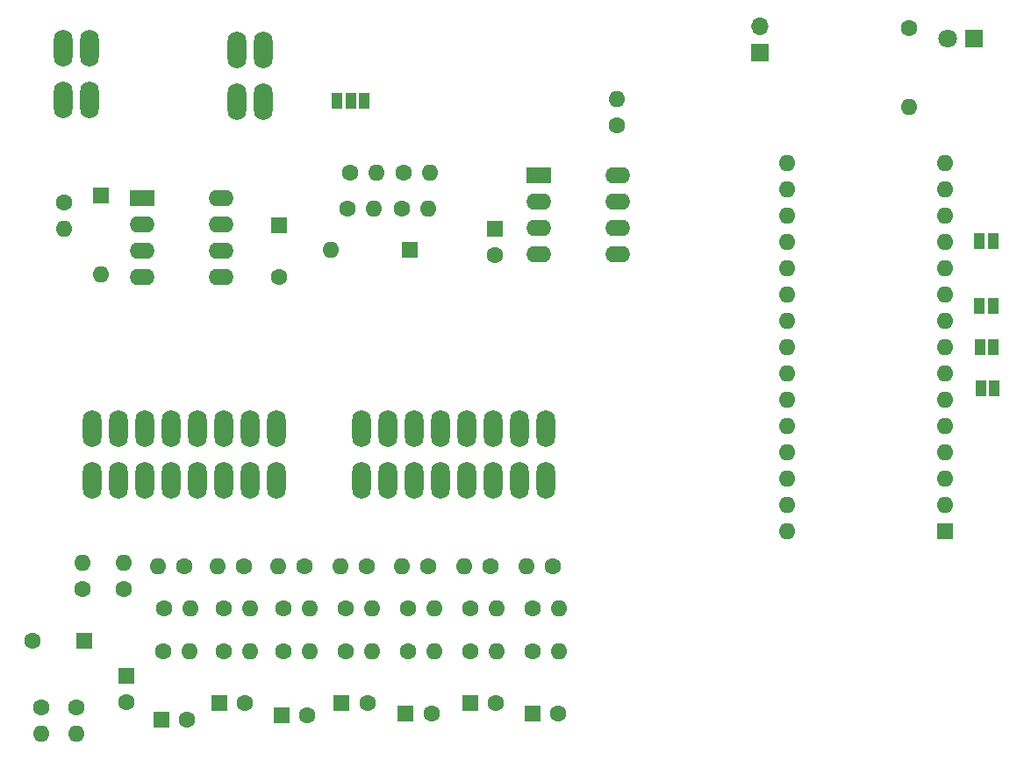
<source format=gbr>
%TF.GenerationSoftware,KiCad,Pcbnew,5.1.8-db9833491~88~ubuntu18.04.1*%
%TF.CreationDate,2021-11-07T22:26:50+01:00*%
%TF.ProjectId,MqttElecTinfo,4d717474-456c-4656-9354-696e666f2e6b,rev?*%
%TF.SameCoordinates,Original*%
%TF.FileFunction,Soldermask,Top*%
%TF.FilePolarity,Negative*%
%FSLAX46Y46*%
G04 Gerber Fmt 4.6, Leading zero omitted, Abs format (unit mm)*
G04 Created by KiCad (PCBNEW 5.1.8-db9833491~88~ubuntu18.04.1) date 2021-11-07 22:26:50*
%MOMM*%
%LPD*%
G01*
G04 APERTURE LIST*
%ADD10O,1.600000X1.600000*%
%ADD11R,1.600000X1.600000*%
%ADD12C,1.600000*%
%ADD13O,1.800000X3.600000*%
%ADD14O,2.400000X1.600000*%
%ADD15R,2.400000X1.600000*%
%ADD16R,1.000000X1.500000*%
%ADD17O,1.700000X1.700000*%
%ADD18R,1.700000X1.700000*%
%ADD19C,1.800000*%
%ADD20R,1.800000X1.800000*%
G04 APERTURE END LIST*
D10*
%TO.C,D2*%
X130000000Y-88620000D03*
D11*
X130000000Y-81000000D03*
%TD*%
D12*
%TO.C,C9*%
X174100000Y-131000000D03*
D11*
X171600000Y-131000000D03*
%TD*%
D12*
%TO.C,C8*%
X168100000Y-130000000D03*
D11*
X165600000Y-130000000D03*
%TD*%
D12*
%TO.C,C7*%
X161900000Y-131000000D03*
D11*
X159400000Y-131000000D03*
%TD*%
D12*
%TO.C,C6*%
X155700000Y-130000000D03*
D11*
X153200000Y-130000000D03*
%TD*%
D12*
%TO.C,C5*%
X149900000Y-131200000D03*
D11*
X147400000Y-131200000D03*
%TD*%
D12*
%TO.C,C4*%
X143900000Y-130000000D03*
D11*
X141400000Y-130000000D03*
%TD*%
D12*
%TO.C,C3*%
X138300000Y-131600000D03*
D11*
X135800000Y-131600000D03*
%TD*%
D10*
%TO.C,D3*%
X152180000Y-86200000D03*
D11*
X159800000Y-86200000D03*
%TD*%
D13*
%TO.C,X1*%
X145670000Y-71900000D03*
X145670000Y-66900000D03*
X143130000Y-71900000D03*
X143130000Y-66900000D03*
%TD*%
D14*
%TO.C,U2*%
X179820000Y-79000000D03*
X172200000Y-86620000D03*
X179820000Y-81540000D03*
X172200000Y-84080000D03*
X179820000Y-84080000D03*
X172200000Y-81540000D03*
X179820000Y-86620000D03*
D15*
X172200000Y-79000000D03*
%TD*%
D14*
%TO.C,U1*%
X141620000Y-81200000D03*
X134000000Y-88820000D03*
X141620000Y-83740000D03*
X134000000Y-86280000D03*
X141620000Y-86280000D03*
X134000000Y-83740000D03*
X141620000Y-88820000D03*
D15*
X134000000Y-81200000D03*
%TD*%
D10*
%TO.C,R32*%
X179800000Y-71660000D03*
D12*
X179800000Y-74200000D03*
%TD*%
D10*
%TO.C,R31*%
X161740000Y-78800000D03*
D12*
X159200000Y-78800000D03*
%TD*%
D10*
%TO.C,R30*%
X156540000Y-78800000D03*
D12*
X154000000Y-78800000D03*
%TD*%
D10*
%TO.C,R29*%
X161540000Y-82200000D03*
D12*
X159000000Y-82200000D03*
%TD*%
D10*
%TO.C,R28*%
X156340000Y-82200000D03*
D12*
X153800000Y-82200000D03*
%TD*%
D10*
%TO.C,R27*%
X126400000Y-84140000D03*
D12*
X126400000Y-81600000D03*
%TD*%
D10*
%TO.C,R26*%
X171060000Y-116800000D03*
D12*
X173600000Y-116800000D03*
%TD*%
D10*
%TO.C,R25*%
X165060000Y-116800000D03*
D12*
X167600000Y-116800000D03*
%TD*%
D10*
%TO.C,R24*%
X174140000Y-120800000D03*
D12*
X171600000Y-120800000D03*
%TD*%
D10*
%TO.C,R23*%
X174140000Y-125000000D03*
D12*
X171600000Y-125000000D03*
%TD*%
D10*
%TO.C,R22*%
X159060000Y-116800000D03*
D12*
X161600000Y-116800000D03*
%TD*%
D10*
%TO.C,R21*%
X168140000Y-120800000D03*
D12*
X165600000Y-120800000D03*
%TD*%
D10*
%TO.C,R20*%
X168200000Y-125000000D03*
D12*
X165660000Y-125000000D03*
%TD*%
D10*
%TO.C,R19*%
X153060000Y-116800000D03*
D12*
X155600000Y-116800000D03*
%TD*%
D10*
%TO.C,R18*%
X162140000Y-120800000D03*
D12*
X159600000Y-120800000D03*
%TD*%
D10*
%TO.C,R17*%
X162140000Y-125000000D03*
D12*
X159600000Y-125000000D03*
%TD*%
D10*
%TO.C,R16*%
X156140000Y-120800000D03*
D12*
X153600000Y-120800000D03*
%TD*%
D10*
%TO.C,R15*%
X156140000Y-125000000D03*
D12*
X153600000Y-125000000D03*
%TD*%
D10*
%TO.C,R14*%
X147060000Y-116800000D03*
D12*
X149600000Y-116800000D03*
%TD*%
D10*
%TO.C,R13*%
X141260000Y-116800000D03*
D12*
X143800000Y-116800000D03*
%TD*%
D10*
%TO.C,R12*%
X150140000Y-120800000D03*
D12*
X147600000Y-120800000D03*
%TD*%
D10*
%TO.C,R11*%
X150140000Y-125000000D03*
D12*
X147600000Y-125000000D03*
%TD*%
D10*
%TO.C,R10*%
X135460000Y-116800000D03*
D12*
X138000000Y-116800000D03*
%TD*%
D10*
%TO.C,R9*%
X144340000Y-120800000D03*
D12*
X141800000Y-120800000D03*
%TD*%
D10*
%TO.C,R8*%
X144340000Y-125000000D03*
D12*
X141800000Y-125000000D03*
%TD*%
D10*
%TO.C,R7*%
X208000000Y-72420000D03*
D12*
X208000000Y-64800000D03*
%TD*%
D10*
%TO.C,R6*%
X132200000Y-116460000D03*
D12*
X132200000Y-119000000D03*
%TD*%
D10*
%TO.C,R5*%
X138600000Y-120800000D03*
D12*
X136060000Y-120800000D03*
%TD*%
D10*
%TO.C,R4*%
X138540000Y-125000000D03*
D12*
X136000000Y-125000000D03*
%TD*%
D10*
%TO.C,R3*%
X128200000Y-116460000D03*
D12*
X128200000Y-119000000D03*
%TD*%
D10*
%TO.C,R2*%
X124200000Y-132940000D03*
D12*
X124200000Y-130400000D03*
%TD*%
D10*
%TO.C,R1*%
X127600000Y-132940000D03*
D12*
X127600000Y-130400000D03*
%TD*%
D16*
%TO.C,JPPOW1*%
X154100000Y-71800000D03*
X155400000Y-71800000D03*
X152800000Y-71800000D03*
%TD*%
%TO.C,JP5*%
X214750000Y-85400000D03*
X216050000Y-85400000D03*
%TD*%
%TO.C,JP4*%
X214750000Y-91600000D03*
X216050000Y-91600000D03*
%TD*%
%TO.C,JP3*%
X214800000Y-95600000D03*
X216100000Y-95600000D03*
%TD*%
%TO.C,JP2*%
X214900000Y-99600000D03*
X216200000Y-99600000D03*
%TD*%
D17*
%TO.C,JP1*%
X193600000Y-64660000D03*
D18*
X193600000Y-67200000D03*
%TD*%
D13*
%TO.C,J3*%
X128870000Y-71700000D03*
X128870000Y-66700000D03*
X126330000Y-71700000D03*
X126330000Y-66700000D03*
%TD*%
%TO.C,J2*%
X172890000Y-108500000D03*
X172890000Y-103500000D03*
X170350000Y-108500000D03*
X170350000Y-103500000D03*
X167810000Y-108500000D03*
X167810000Y-103500000D03*
X165270000Y-108500000D03*
X165270000Y-103500000D03*
X162730000Y-108500000D03*
X162730000Y-103500000D03*
X160190000Y-108500000D03*
X160190000Y-103500000D03*
X157650000Y-108500000D03*
X157650000Y-103500000D03*
X155110000Y-108500000D03*
X155110000Y-103500000D03*
%TD*%
%TO.C,J1*%
X146890000Y-108500000D03*
X146890000Y-103500000D03*
X144350000Y-108500000D03*
X144350000Y-103500000D03*
X141810000Y-108500000D03*
X141810000Y-103500000D03*
X139270000Y-108500000D03*
X139270000Y-103500000D03*
X136730000Y-108500000D03*
X136730000Y-103500000D03*
X134190000Y-108500000D03*
X134190000Y-103500000D03*
X131650000Y-108500000D03*
X131650000Y-103500000D03*
X129110000Y-108500000D03*
X129110000Y-103500000D03*
%TD*%
D19*
%TO.C,D1*%
X211660000Y-65800000D03*
D20*
X214200000Y-65800000D03*
%TD*%
D12*
%TO.C,C11*%
X147200000Y-88800000D03*
D11*
X147200000Y-83800000D03*
%TD*%
D12*
%TO.C,C10*%
X168000000Y-86700000D03*
D11*
X168000000Y-84200000D03*
%TD*%
D12*
%TO.C,C2*%
X123400000Y-124000000D03*
D11*
X128400000Y-124000000D03*
%TD*%
D12*
%TO.C,C1*%
X132400000Y-129900000D03*
D11*
X132400000Y-127400000D03*
%TD*%
D10*
%TO.C,A1*%
X196160000Y-77840000D03*
X211400000Y-77840000D03*
X196160000Y-113400000D03*
X211400000Y-80380000D03*
X196160000Y-110860000D03*
X211400000Y-82920000D03*
X196160000Y-108320000D03*
X211400000Y-85460000D03*
X196160000Y-105780000D03*
X211400000Y-88000000D03*
X196160000Y-103240000D03*
X211400000Y-90540000D03*
X196160000Y-100700000D03*
X211400000Y-93080000D03*
X196160000Y-98160000D03*
X211400000Y-95620000D03*
X196160000Y-95620000D03*
X211400000Y-98160000D03*
X196160000Y-93080000D03*
X211400000Y-100700000D03*
X196160000Y-90540000D03*
X211400000Y-103240000D03*
X196160000Y-88000000D03*
X211400000Y-105780000D03*
X196160000Y-85460000D03*
X211400000Y-108320000D03*
X196160000Y-82920000D03*
X211400000Y-110860000D03*
X196160000Y-80380000D03*
D11*
X211400000Y-113400000D03*
%TD*%
M02*

</source>
